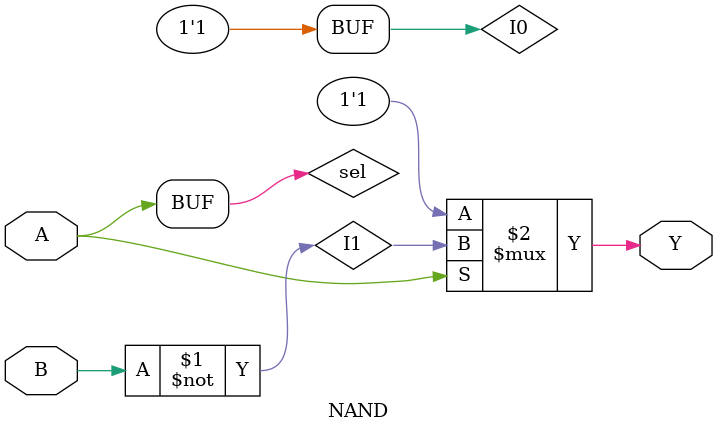
<source format=sv>
module NAND(
  input wire A, B,
  output reg Y
);
  wire I0, I1, sel;

  assign sel = A;
  assign I1 = ~B;
  assign I0 = 1'b1;

  assign Y = sel ? I1 : I0;

endmodule

</source>
